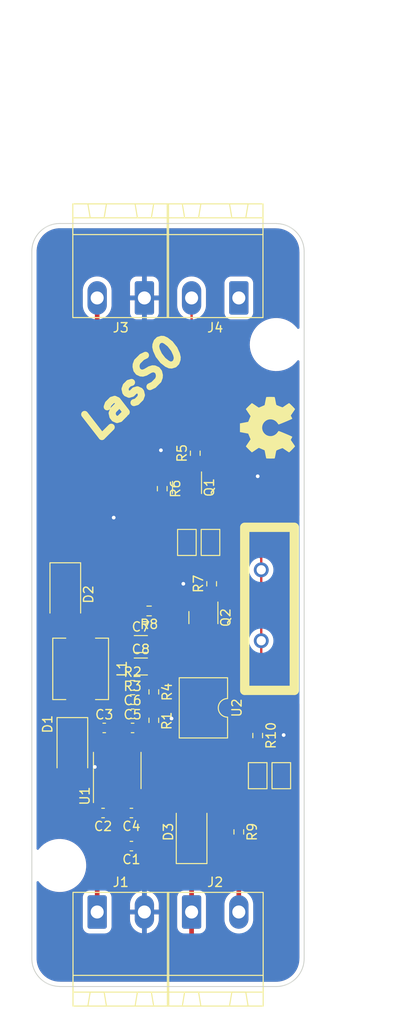
<source format=kicad_pcb>
(kicad_pcb (version 20210424) (generator pcbnew)
  (layers (0 "F.Cu" signal) (31 "B.Cu" signal) (34 "B.Paste" user) (35 "F.Paste" user) (36 "B.SilkS" user "B.Silkscreen") (37 "F.SilkS" user "F.Silkscreen") (38 "B.Mask" user) (39 "F.Mask" user) (44 "Edge.Cuts" user))
  (net 0 "")
  (net 1 "GND")
  (net 2 "VCC")
  (net 3 "Net-(C3-Pad1)")
  (net 4 "Net-(C3-Pad2)")
  (net 5 "Net-(C4-Pad1)")
  (net 6 "Net-(C5-Pad1)")
  (net 7 "Net-(C5-Pad2)")
  (net 8 "Net-(C7-Pad1)")
  (net 9 "+5V")
  (net 10 "/S0-")
  (net 11 "Net-(D3-Pad2)")
  (net 12 "/S0+")
  (net 13 "/A0")
  (net 14 "/D0")
  (net 15 "Net-(JP1_A1-Pad2)")
  (net 16 "Net-(JP1_B1-Pad1)")
  (net 17 "Net-(JP2_A1-Pad1)")
  (net 18 "Net-(Q1-Pad1)")
  (net 19 "Net-(Q2-Pad1)")
  (net 20 "Net-(Q2-Pad3)")
  (net 21 "Net-(R2-Pad2)")
  (net 22 "Net-(R3-Pad2)")
  (net 23 "Net-(R8-Pad1)")
  (net 24 "Net-(R9-Pad1)")
  (footprint "MeineBib:Cixi_Kefa_Elec_KF2EDGR-5.08-2P" (layer "F.Cu") (at 143.43 62.99 180)
    (fp_text reference "J3" (at 0 -7.2) (layer "F.SilkS"))
    (fp_text value "CiKe2PinSock")
    (fp_line (start 1.79 4.61) (end 1.54 6.11) (layer "F.SilkS") (width 0.12))
    (fp_line (start 1.54 6.11) (end 3.54 6.11) (layer "F.SilkS") (width 0.12))
    (fp_line (start 3.54 6.11) (end 3.29 4.61) (layer "F.SilkS") (width 0.12))
    (fp_line (start -5.14 6.11) (end 5.16 6.11) (layer "F.SilkS") (width 0.12))
    (fp_line (start -1.79 4.61) (end -3.29 4.61) (layer "F.SilkS") (width 0.12))
    (fp_line (start -5.14 -6.11) (end -5.14 6.11) (layer "F.SilkS") (width 0.12))
    (fp_line (start 3.29 4.61) (end 1.79 4.61) (layer "F.SilkS") (width 0.12))
    (fp_line (start -5.14 2.81) (end 5.16 2.81) (layer "F.SilkS") (width 0.12))
    (fp_line (start 5.16 -6.11) (end -5.14 -6.11) (layer "F.SilkS") (width 0.12))
    (fp_line (start -1.54 6.11) (end -1.79 4.61) (layer "F.SilkS") (width 0.12))
    (fp_line (start -3.54 6.11) (end -1.54 6.11) (layer "F.SilkS") (width 0.12))
    (fp_line (start 5.16 2.81) (end 5.16 4.61) (layer "F.SilkS") (width 0.12))
    (fp_line (start -5.14 4.61) (end -5.14 2.81) (layer "F.SilkS") (width 0.12))
    (fp_line (start 5.16 6.11) (end 5.16 -6.11) (layer "F.SilkS") (width 0.12))
    (fp_line (start 5.16 4.61) (end -5.14 4.61) (layer "F.SilkS") (width 0.12))
    (fp_line (start -3.29 4.61) (end -3.54 6.11) (layer "F.SilkS") (width 0.12))
    (pad "1" thru_hole roundrect (at -2.54 -4 180) (size 2.08 3.6) (drill 1.4) (layers *.Cu *.Mask) (roundrect_rratio 0.120192) (net 1 "GND"))
    (pad "2" thru_hole oval (at 2.54 -4 180) (size 2.08 3.6) (drill 1.4) (layers *.Cu *.Mask) (net 9 "+5V"))
  )
  (footprint "Resistor_SMD:R_0603_1608Metric" (layer "F.Cu") (at 147.8895 87.491 -90)
    (fp_text reference "R6" (at 0 -1.43 90) (layer "F.SilkS"))
    (fp_text value "10k")
    (fp_line (start -0.237258 -0.5225) (end 0.237258 -0.5225) (layer "F.SilkS") (width 0.12))
    (fp_line (start -0.237258 0.5225) (end 0.237258 0.5225) (layer "F.SilkS") (width 0.12))
    (pad "1" smd roundrect locked (at -0.825 0 270) (size 0.8 0.95) (layers "F.Cu" "F.Paste" "F.Mask") (net 9 "+5V"))
    (pad "2" smd roundrect locked (at 0.825 0 270) (size 0.8 0.95) (layers "F.Cu" "F.Paste" "F.Mask") (net 16 "Net-(JP1_B1-Pad1)"))
  )
  (footprint "Capacitor_SMD:C_1206_3216Metric" (layer "F.Cu") (at 145.589 106.604)
    (fp_text reference "C8" (at 0 -1.85) (layer "F.SilkS"))
    (fp_text value "47uF")
    (fp_line (start -0.711252 0.91) (end 0.711252 0.91) (layer "F.SilkS") (width 0.12))
    (fp_line (start -0.711252 -0.91) (end 0.711252 -0.91) (layer "F.SilkS") (width 0.12))
    (pad "1" smd roundrect locked (at -1.475 0) (size 1.15 1.8) (layers "F.Cu" "F.Paste" "F.Mask") (roundrect_rratio 0.217391) (net 8 "Net-(C7-Pad1)"))
    (pad "2" smd roundrect locked (at 1.475 0) (size 1.15 1.8) (layers "F.Cu" "F.Paste" "F.Mask") (roundrect_rratio 0.217391) (net 1 "GND"))
  )
  (footprint "Resistor_SMD:R_0603_1608Metric" (layer "F.Cu") (at 151.4455 83.681 90)
    (fp_text reference "R5" (at 0 -1.43 90) (layer "F.SilkS"))
    (fp_text value "1.5k")
    (fp_line (start -0.237258 0.5225) (end 0.237258 0.5225) (layer "F.SilkS") (width 0.12))
    (fp_line (start -0.237258 -0.5225) (end 0.237258 -0.5225) (layer "F.SilkS") (width 0.12))
    (pad "1" smd roundrect locked (at -0.825 0 90) (size 0.8 0.95) (layers "F.Cu" "F.Paste" "F.Mask") (net 18 "Net-(Q1-Pad1)"))
    (pad "2" smd roundrect locked (at 0.825 0 90) (size 0.8 0.95) (layers "F.Cu" "F.Paste" "F.Mask") (net 14 "/D0"))
  )
  (footprint "Package_TO_SOT_SMD:SOT-23" (layer "F.Cu") (at 152.32 101.3485 -90)
    (fp_text reference "Q2" (at 0 -2.4 90) (layer "F.SilkS"))
    (fp_text value "S8050")
    (fp_line (start 0 1.56) (end 0.65 1.56) (layer "F.SilkS") (width 0.12))
    (fp_line (start 0 -1.56) (end -1.675 -1.56) (layer "F.SilkS") (width 0.12))
    (fp_line (start 0 1.56) (end -0.65 1.56) (layer "F.SilkS") (width 0.12))
    (fp_line (start 0 -1.56) (end 0.65 -1.56) (layer "F.SilkS") (width 0.12))
    (pad "1" smd roundrect locked (at -0.9375 -0.95 270) (size 1.475 0.6) (layers "F.Cu" "F.Paste" "F.Mask") (net 19 "Net-(Q2-Pad1)"))
    (pad "2" smd roundrect locked (at -0.9375 0.95 270) (size 1.475 0.6) (layers "F.Cu" "F.Paste" "F.Mask") (net 1 "GND"))
    (pad "3" smd roundrect locked (at 0.9375 0 270) (size 1.475 0.6) (layers "F.Cu" "F.Paste" "F.Mask") (net 20 "Net-(Q2-Pad3)"))
  )
  (footprint "Capacitor_SMD:C_0603_1608Metric" (layer "F.Cu") (at 141.652 113.208)
    (fp_text reference "C3" (at 0 -1.43) (layer "F.SilkS"))
    (fp_text value "10nF")
    (fp_line (start -0.14058 0.51) (end 0.14058 0.51) (layer "F.SilkS") (width 0.12))
    (fp_line (start -0.14058 -0.51) (end 0.14058 -0.51) (layer "F.SilkS") (width 0.12))
    (pad "1" smd roundrect locked (at -0.775 0) (size 0.9 0.95) (layers "F.Cu" "F.Paste" "F.Mask") (net 3 "Net-(C3-Pad1)"))
    (pad "2" smd roundrect locked (at 0.775 0) (size 0.9 0.95) (layers "F.Cu" "F.Paste" "F.Mask") (net 4 "Net-(C3-Pad2)"))
  )
  (footprint "Package_DIP:SMDIP-4_W9.53mm" (layer "F.Cu") (at 152.32 111.049 -90)
    (fp_text reference "U2" (at 0 -3.6 90) (layer "F.SilkS"))
    (fp_text value "EL817S1")
    (fp_line (start -3.235 -2.6) (end -3.235 2.6) (layer "F.SilkS") (width 0.12))
    (fp_line (start -1 -2.6) (end -3.235 -2.6) (layer "F.SilkS") (width 0.12))
    (fp_line (start -3.235 2.6) (end 3.235 2.6) (layer "F.SilkS") (width 0.12))
    (fp_line (start 3.235 -2.6) (end 1 -2.6) (layer "F.SilkS") (width 0.12))
    (fp_line (start 3.235 2.6) (end 3.235 -2.6) (layer "F.SilkS") (width 0.12))
    (fp_arc (start 0 -2.6) (end -1 -2.6) (angle -180) (layer "F.SilkS") (width 0.12))
    (pad "1" smd rect locked (at -4.765 -1.27 270) (size 2 1.78) (layers "F.Cu" "F.Paste" "F.Mask") (net 23 "Net-(R8-Pad1)"))
    (pad "2" smd rect locked (at -4.765 1.27 270) (size 2 1.78) (layers "F.Cu" "F.Paste" "F.Mask") (net 20 "Net-(Q2-Pad3)"))
    (pad "3" smd rect locked (at 4.765 1.27 270) (size 2 1.78) (layers "F.Cu" "F.Paste" "F.Mask") (net 11 "Net-(D3-Pad2)"))
    (pad "4" smd rect locked (at 4.765 -1.27 270) (size 2 1.78) (layers "F.Cu" "F.Paste" "F.Mask") (net 24 "Net-(R9-Pad1)"))
  )
  (footprint "Jumper:SolderJumper-2_P1.3mm_Open_TrianglePad1.0x1.5mm" (layer "F.Cu") (at 150.542 93.269 -90)
    (fp_text reference "JP1_B1" hide)
    (fp_text value "Inverted")
    (fp_line (start 1.4 -1) (end 1.4 1) (layer "F.SilkS") (width 0.12))
    (fp_line (start -1.4 -1) (end 1.4 -1) (layer "F.SilkS") (width 0.12))
    (fp_line (start 1.4 1) (end -1.4 1) (layer "F.SilkS") (width 0.12))
    (fp_line (start -1.4 1) (end -1.4 -1) (layer "F.SilkS") (width 0.12))
    (pad "1" smd custom locked (at -0.725 0 270) (size 0.3 0.3) (layers "F.Cu" "F.Mask") (net 16 "Net-(JP1_B1-Pad1)") (options (clearance outline) (anchor rect)) (primitives (gr_poly (pts (xy -0.5 -0.75) (xy 0.5 -0.75) (xy 1 0) (xy 0.5 0.75) (xy -0.5 0.75)) (width 0) (fill yes))))
    (pad "2" smd custom locked (at 0.725 0 270) (size 0.3 0.3) (layers "F.Cu" "F.Mask") (net 15 "Net-(JP1_A1-Pad2)") (options (clearance outline) (anchor rect)) (primitives (gr_poly (pts (xy -0.65 -0.75) (xy 0.5 -0.75) (xy 0.5 0.75) (xy -0.65 0.75) (xy -0.15 0)) (width 0) (fill yes))))
  )
  (footprint "Diode_SMD:D_SMA" (layer "F.Cu") (at 138.223 115.494 -90)
    (fp_text reference "D1" (at -2.6924 2.667 90) (layer "F.SilkS"))
    (fp_text value "SS14")
    (fp_line (start -3.4 -1.65) (end -3.4 1.65) (layer "F.SilkS") (width 0.12))
    (fp_line (start -3.4 -1.65) (end 2 -1.65) (layer "F.SilkS") (width 0.12))
    (fp_line (start -3.4 1.65) (end 2 1.65) (layer "F.SilkS") (width 0.12))
    (pad "1" smd rect locked (at -2 0 270) (size 2.5 1.8) (layers "F.Cu" "F.Paste" "F.Mask") (net 3 "Net-(C3-Pad1)"))
    (pad "2" smd rect locked (at 2 0 270) (size 2.5 1.8) (layers "F.Cu" "F.Paste" "F.Mask") (net 1 "GND"))
  )
  (footprint "Resistor_SMD:R_0603_1608Metric" (layer "F.Cu") (at 153.209 97.714 90)
    (fp_text reference "R7" (at 0 -1.43 90) (layer "F.SilkS"))
    (fp_text value "1.5k")
    (fp_line (start -0.237258 0.5225) (end 0.237258 0.5225) (layer "F.SilkS") (width 0.12))
    (fp_line (start -0.237258 -0.5225) (end 0.237258 -0.5225) (layer "F.SilkS") (width 0.12))
    (pad "1" smd roundrect locked (at -0.825 0 90) (size 0.8 0.95) (layers "F.Cu" "F.Paste" "F.Mask") (net 19 "Net-(Q2-Pad1)"))
    (pad "2" smd roundrect locked (at 0.825 0 90) (size 0.8 0.95) (layers "F.Cu" "F.Paste" "F.Mask") (net 15 "Net-(JP1_A1-Pad2)"))
  )
  (footprint "Capacitor_SMD:C_0603_1608Metric" (layer "F.Cu") (at 144.7 113.208)
    (fp_text reference "C5" (at 0 -1.43) (layer "F.SilkS"))
    (fp_text value "4.7nF")
    (fp_line (start -0.14058 -0.51) (end 0.14058 -0.51) (layer "F.SilkS") (width 0.12))
    (fp_line (start -0.14058 0.51) (end 0.14058 0.51) (layer "F.SilkS") (width 0.12))
    (pad "1" smd roundrect locked (at -0.775 0) (size 0.9 0.95) (layers "F.Cu" "F.Paste" "F.Mask") (net 6 "Net-(C5-Pad1)"))
    (pad "2" smd roundrect locked (at 0.775 0) (size 0.9 0.95) (layers "F.Cu" "F.Paste" "F.Mask") (net 7 "Net-(C5-Pad2)"))
  )
  (footprint "Symbol:OSHW-Symbol_6.7x6mm_SilkScreen" (layer "F.Cu") (at 159.2288 80.95 90)
    (fp_text reference "LOGO3" hide)
    (fp_text value "OSHW" hide)
    (fp_poly (pts (xy 0.555814 -2.531069) (xy 0.639635 -2.086445) (xy 0.94892 -1.958947) (xy 1.258206 -1.831449) (xy 1.629246 -2.083754) (xy 1.733157 -2.154004) (xy 1.827087 -2.216728) (xy 1.906652 -2.269062) (xy 1.96747 -2.308143) (xy 2.005157 -2.331107) (xy 2.015421 -2.336058) (xy 2.03391 -2.323324) (xy 2.07342 -2.288118) (xy 2.129522 -2.234938) (xy 2.197787 -2.168282) (xy 2.273786 -2.092646) (xy 2.353092 -2.012528) (xy 2.431275 -1.932426) (xy 2.503907 -1.856836) (xy 2.566559 -1.790255) (xy 2.614803 -1.737182) (xy 2.64421 -1.702113) (xy 2.651241 -1.690377) (xy 2.641123 -1.66874) (xy 2.612759 -1.621338) (xy 2.569129 -1.552807) (xy 2.513218 -1.467785) (xy 2.448006 -1.370907) (xy 2.410219 -1.31565) (xy 2.341343 -1.214752) (xy 2.28014 -1.123701) (xy 2.229578 -1.04703) (xy 2.192628 -0.989272) (xy 2.172258 -0.954957) (xy 2.169197 -0.947746) (xy 2.176136 -0.927252) (xy 2.195051 -0.879487) (xy 2.223087 -0.811168) (xy 2.257391 -0.729011) (xy 2.295109 -0.63973) (xy 2.333387 -0.550042) (xy 2.36937 -0.466662) (xy 2.400206 -0.396306) (xy 2.423039 -0.34569) (xy 2.435017 -0.321529) (xy 2.435724 -0.320578) (xy 2.454531 -0.315964) (xy 2.504618 -0.305672) (xy 2.580793 -0.290713) (xy 2.677865 -0.272099) (xy 2.790643 -0.250841) (xy 2.856442 -0.238582) (xy 2.97695 -0.215638) (xy 3.085797 -0.193805) (xy 3.177476 -0.174278) (xy 3.246481 -0.158252) (xy 3.287304 -0.146921) (xy 3.295511 -0.143326) (xy 3.303548 -0.118994) (xy 3.310033 -0.064041) (xy 3.31497 0.015108) (xy 3.318364 0.112026) (xy 3.320218 0.220287) (xy 3.320538 0.333465) (xy 3.319327 0.445135) (xy 3.31659 0.548868) (xy 3.312331 0.638241) (xy 3.306555 0.706826) (xy 3.299267 0.748197) (xy 3.294895 0.75681) (xy 3.268764 0.767133) (xy 3.213393 0.781892) (xy 3.136107 0.799352) (xy 3.04423 0.81778) (xy 3.012158 0.823741) (xy 2.857524 0.852066) (xy 2.735375 0.874876) (xy 2.641673 0.89308) (xy 2.572384 0.907583) (xy 2.523471 0.919292) (xy 2.490897 0.929115) (xy 2.470628 0.937956) (xy 2.458626 0.946724) (xy 2.456947 0.948457) (xy 2.440184 0.976371) (xy 2.414614 1.030695) (xy 2.382788 1.104777) (xy 2.34726 1.191965) (xy 2.310583 1.285608) (xy 2.275311 1.379052) (xy 2.243996 1.465647) (xy 2.219193 1.53874) (xy 2.203454 1.591678) (xy 2.199332 1.617811) (xy 2.199676 1.618726) (xy 2.213641 1.640086) (xy 2.245322 1.687084) (xy 2.291391 1.754827) (xy 2.348518 1.838423) (xy 2.413373 1.932982) (xy 2.431843 1.959854) (xy 2.497699 2.057275) (xy 2.55565 2.146163) (xy 2.602538 2.221412) (xy 2.635207 2.27792) (xy 2.6505 2.310581) (xy 2.651241 2.314593) (xy 2.638392 2.335684) (xy 2.602888 2.377464) (xy 2.549293 2.435445) (xy 2.482171 2.505135) (xy 2.406087 2.582045) (xy 2.325604 2.661683) (xy 2.245287 2.739561) (xy 2.169699 2.811186) (xy 2.103405 2.87207) (xy 2.050969 2.917721) (xy 2.016955 2.94365) (xy 2.007545 2.947883) (xy 1.985643 2.937912) (xy 1.9408 2.91102) (xy 1.880321 2.871736) (xy 1.833789 2.840117) (xy 1.749475 2.782098) (xy 1.649626 2.713784) (xy 1.549473 2.645579) (xy 1.495627 2.609075) (xy 1.313371 2.4858) (xy 1.160381 2.56852) (xy 1.090682 2.604759) (xy 1.031414 2.632926) (xy 0.991311 2.648991) (xy 0.981103 2.651226) (xy 0.968829 2.634722) (xy 0.944613 2.588082) (xy 0.910263 2.515609) (xy 0.867588 2.421606) (xy 0.818394 2.310374) (xy 0.76449 2.186215) (xy 0.707684 2.053432) (xy 0.649782 1.916327) (xy 0.592593 1.779202) (xy 0.537924 1.646358) (xy 0.487584 1.522098) (xy 0.44338 1.410725) (xy 0.407119 1.316539) (xy 0.380609 1.243844) (xy 0.365658 1.196941) (xy 0.363254 1.180833) (xy 0.382311 1.160286) (xy 0.424036 1.126933) (xy 0.479706 1.087702) (xy 0.484378 1.084599) (xy 0.628264 0.969423) (xy 0.744283 0.835053) (xy 0.83143 0.685784) (xy 0.888699 0.525913) (xy 0.915086 0.359737) (xy 0.909585 0.191552) (xy 0.87119 0.025655) (xy 0.798895 -0.133658) (xy 0.777626 -0.168513) (xy 0.666996 -0.309263) (xy 0.536302 -0.422286) (xy 0.390064 -0.506997) (xy 0.232808 -0.562806) (xy 0.069057 -0.589126) (xy -0.096667 -0.58537) (xy -0.259838 -0.55095) (xy -0.415935 -0.485277) (xy -0.560433 -0.387765) (xy -0.605131 -0.348187) (xy -0.718888 -0.224297) (xy -0.801782 -0.093876) (xy -0.858644 0.052315) (xy -0.890313 0.197088) (xy -0.898131 0.35986) (xy -0.872062 0.52344) (xy -0.814755 0.682298) (xy -0.728856 0.830906) (xy -0.617014 0.963735) (xy -0.481877 1.075256) (xy -0.464117 1.087011) (xy -0.40785 1.125508) (xy -0.365077 1.158863) (xy -0.344628 1.18016) (xy -0.344331 1.180833) (xy -0.348721 1.203871) (xy -0.366124 1.256157) (xy -0.394732 1.33339) (xy -0.432735 1.431268) (xy -0.478326 1.545491) (xy -0.529697 1.671758) (xy -0.585038 1.805767) (xy -0.642542 1.943218) (xy -0.700399 2.079808) (xy -0.756802 2.211237) (xy -0.809942 2.333205) (xy -0.85801 2.441409) (xy -0.899199 2.531549) (xy -0.931699 2.599323) (xy -0.953703 2.64043) (xy -0.962564 2.651226) (xy -0.98964 2.642819) (xy -1.040303 2.620272) (xy -1.105817 2.587613) (xy -1.141841 2.56852) (xy -1.294832 2.4858) (xy -1.477088 2.609075) (xy -1.570125 2.672228) (xy -1.671985 2.741727) (xy -1.767438 2.807165) (xy -1.81525 2.840117) (xy -1.882495 2.885273) (xy -1.939436 2.921057) (xy -1.978646 2.942938) (xy -1.991381 2.947563) (xy -2.009917 2.935085) (xy -2.050941 2.900252) (xy -2.110475 2.846678) (xy -2.184542 2.777983) (xy -2.269165 2.697781) (xy -2.322685 2.646286) (xy -2.416319 2.554286) (xy -2.497241 2.471999) (xy -2.562177 2.402945) (xy -2.607858 2.350644) (xy -2.631011 2.318616) (xy -2.633232 2.312116) (xy -2.622924 2.287394) (xy -2.594439 2.237405) (xy -2.550937 2.167212) (xy -2.495577 2.081875) (xy -2.43152 1.986456) (xy -2.413303 1.959854) (xy -2.346927 1.863167) (xy -2.287378 1.776117) (xy -2.237984 1.703595) (xy -2.202075 1.650493) (xy -2.182981 1.621703) (xy -2.181136 1.618726) (xy -2.183895 1.595782) (xy -2.198538 1.545336) (xy -2.222513 1.474041) (xy -2.253266 1.388547) (xy -2.288244 1.295507) (xy -2.324893 1.201574) (xy -2.360661 1.113399) (xy -2.392994 1.037634) (xy -2.419338 0.980931) (xy -2.437142 0.949943) (xy -2.438407 0.948457) (xy -2.449294 0.939601) (xy -2.467682 0.930843) (xy -2.497606 0.921277) (xy -2.543103 0.909996) (xy -2.608209 0.896093) (xy -2.696961 0.878663) (xy -2.813393 0.856798) (xy -2.961542 0.829591) (xy -2.993618 0.823741) (xy -3.088686 0.805374) (xy -3.171565 0.787405) (xy -3.23493 0.771569) (xy -3.271458 0.7596) (xy -3.276356 0.75681) (xy -3.284427 0.732072) (xy -3.290987 0.67679) (xy -3.296033 0.597389) (xy -3.299559 0.500296) (xy -3.301561 0.391938) (xy -3.302036 0.27874) (xy -3.300977 0.167128) (xy -3.298382 0.063529) (xy -3.294246 -0.025632) (xy -3.288563 -0.093928) (xy -3.281331 -0.134934) (xy -3.276971 -0.143326) (xy -3.252698 -0.151792) (xy -3.197426 -0.165565) (xy -3.116662 -0.18345) (xy -3.015912 -0.204252) (xy -2.900683 -0.226777) (xy -2.837902 -0.238582) (xy -2.718787 -0.260849) (xy -2.612565 -0.281021) (xy -2.524427 -0.298085) (xy -2.459566 -0.311031) (xy -2.423174 -0.318845) (xy -2.417184 -0.320578) (xy -2.407061 -0.34011) (xy -2.385662 -0.387157) (xy -2.355839 -0.454997) (xy -2.320445 -0.536909) (xy -2.282332 -0.626172) (xy -2.244353 -0.716065) (xy -2.20936 -0.799865) (xy -2.180206 -0.870853) (xy -2.159743 -0.922306) (xy -2.150823 -0.947503) (xy -2.150657 -0.948604) (xy -2.160769 -0.968481) (xy -2.189117 -1.014223) (xy -2.232723 -1.081283) (xy -2.288606 -1.165116) (xy -2.353787 -1.261174) (xy -2.391679 -1.31635) (xy -2.460725 -1.417519) (xy -2.52205 -1.50937) (xy -2.572663 -1.587256) (xy -2.609571 -1.646531) (xy -2.629782 -1.682549) (xy -2.632701 -1.690623) (xy -2.620153 -1.709416) (xy -2.585463 -1.749543) (xy -2.533063 -1.806507) (xy -2.467384 -1.875815) (xy -2.392856 -1.952969) (xy -2.313913 -2.033475) (xy -2.234983 -2.112837) (xy -2.1605 -2.18656) (xy -2.094894 -2.250148) (xy -2.042596 -2.299106) (xy -2.008039 -2.328939) (xy -1.996478 -2.336058) (xy -1.977654 -2.326047) (xy -1.932631 -2.297922) (xy -1.865787 -2.254546) (xy -1.781499 -2.198782) (xy -1.684144 -2.133494) (xy -1.610707 -2.083754) (xy -1.239667 -1.831449) (xy -0.621095 -2.086445) (xy -0.537275 -2.531069) (xy -0.453454 -2.975693) (xy 0.471994 -2.975693) (xy 0.555814 -2.531069)) (layer "F.SilkS") (width 0.01) (fill solid))
  )
  (footprint "Resistor_SMD:R_0603_1608Metric" (layer "F.Cu") (at 158.162 114.0208 -90)
    (fp_text reference "R10" (at 0 -1.43 90) (layer "F.SilkS"))
    (fp_text value "10k")
    (fp_line (start -0.237258 0.5225) (end 0.237258 0.5225) (layer "F.SilkS") (width 0.12))
    (fp_line (start -0.237258 -0.5225) (end 0.237258 -0.5225) (layer "F.SilkS") (width 0.12))
    (pad "1" smd roundrect locked (at -0.825 0 270) (size 0.8 0.95) (layers "F.Cu" "F.Paste" "F.Mask") (net 2 "VCC"))
    (pad "2" smd roundrect locked (at 0.825 0 270) (size 0.8 0.95) (layers "F.Cu" "F.Paste" "F.Mask") (net 17 "Net-(JP2_A1-Pad1)"))
  )
  (footprint "Resistor_SMD:R_0603_1608Metric" (layer "F.Cu") (at 146.986 109.335 -90)
    (fp_text reference "R4" (at 0 -1.43 90) (layer "F.SilkS"))
    (fp_text value "220R")
    (fp_line (start -0.237258 0.5225) (end 0.237258 0.5225) (layer "F.SilkS") (width 0.12))
    (fp_line (start -0.237258 -0.5225) (end 0.237258 -0.5225) (layer "F.SilkS") (width 0.12))
    (pad "1" smd roundrect locked (at -0.825 0 270) (size 0.8 0.95) (layers "F.Cu" "F.Paste" "F.Mask") (net 22 "Net-(R3-Pad2)"))
    (pad "2" smd roundrect locked (at 0.825 0 270) (size 0.8 0.95) (layers "F.Cu" "F.Paste" "F.Mask") (net 1 "GND"))
  )
  (footprint "Capacitor_SMD:C_0603_1608Metric" (layer "F.Cu") (at 141.525 122.352 180)
    (fp_text reference "C2" (at 0 -1.43) (layer "F.SilkS"))
    (fp_text value "10nF")
    (fp_line (start -0.14058 -0.51) (end 0.14058 -0.51) (layer "F.SilkS") (width 0.12))
    (fp_line (start -0.14058 0.51) (end 0.14058 0.51) (layer "F.SilkS") (width 0.12))
    (pad "1" smd roundrect locked (at -0.775 0 180) (size 0.9 0.95) (layers "F.Cu" "F.Paste" "F.Mask") (net 2 "VCC"))
    (pad "2" smd roundrect locked (at 0.775 0 180) (size 0.9 0.95) (layers "F.Cu" "F.Paste" "F.Mask") (net 1 "GND"))
  )
  (footprint "Diode_SMD:D_SMA" (layer "F.Cu") (at 151.05 124.384 90)
    (fp_text reference "D3" (at 0 -2.5 90) (layer "F.SilkS"))
    (fp_text value "SS14")
    (fp_line (start -3.4 -1.65) (end -3.4 1.65) (layer "F.SilkS") (width 0.12))
    (fp_line (start -3.4 1.65) (end 2 1.65) (layer "F.SilkS") (width 0.12))
    (fp_line (start -3.4 -1.65) (end 2 -1.65) (layer "F.SilkS") (width 0.12))
    (pad "1" smd rect locked (at -2 0 90) (size 2.5 1.8) (layers "F.Cu" "F.Paste" "F.Mask") (net 10 "/S0-"))
    (pad "2" smd rect locked (at 2 0 90) (size 2.5 1.8) (layers "F.Cu" "F.Paste" "F.Mask") (net 11 "Net-(D3-Pad2)"))
  )
  (footprint "Jumper:SolderJumper-2_P1.3mm_Open_TrianglePad1.0x1.5mm" (layer "F.Cu") (at 153.082 93.269 -90)
    (fp_text reference "JP1_A1" hide)
    (fp_text value "Direct")
    (fp_line (start -1.4 -1) (end 1.4 -1) (layer "F.SilkS") (width 0.12))
    (fp_line (start 1.4 -1) (end 1.4 1) (layer "F.SilkS") (width 0.12))
    (fp_line (start 1.4 1) (end -1.4 1) (layer "F.SilkS") (width 0.12))
    (fp_line (start -1.4 1) (end -1.4 -1) (layer "F.SilkS") (width 0.12))
    (pad "1" smd custom locked (at -0.725 0 270) (size 0.3 0.3) (layers "F.Cu" "F.Mask") (net 14 "/D0") (options (clearance outline) (anchor rect)) (primitives (gr_poly (pts (xy -0.5 -0.75) (xy 0.5 -0.75) (xy 1 0) (xy 0.5 0.75) (xy -0.5 0.75)) (width 0) (fill yes))))
    (pad "2" smd custom locked (at 0.725 0 270) (size 0.3 0.3) (layers "F.Cu" "F.Mask") (net 15 "Net-(JP1_A1-Pad2)") (options (clearance outline) (anchor rect)) (primitives (gr_poly (pts (xy -0.65 -0.75) (xy 0.5 -0.75) (xy 0.5 0.75) (xy -0.65 0.75) (xy -0.15 0)) (width 0) (fill yes))))
  )
  (footprint "MeineBib:EigenesMountingHole_2.7mm_M2.5" (layer "F.Cu") (at 136.86 127.99)
    (fp_text reference "H2" hide)
    (fp_text value "MountingHole")
    (pad "" np_thru_hole circle (at 0 0) (size 2.7 2.7) (drill 2.7) (layers *.Cu *.Mask) (clearance 1.5))
  )
  (footprint "MeineBib:Cixi_Kefa_Elec_KF2EDGR-5.08-2P" (layer "F.Cu") (at 153.59 62.99 180)
    (fp_text reference "J4" (at 0 -7.2) (layer "F.SilkS"))
    (fp_text value "CiKe2PinSock")
    (fp_line (start 5.16 -6.11) (end -5.14 -6.11) (layer "F.SilkS") (width 0.12))
    (fp_line (start 5.16 6.11) (end 5.16 -6.11) (layer "F.SilkS") (width 0.12))
    (fp_line (start -1.79 4.61) (end -3.29 4.61) (layer "F.SilkS") (width 0.12))
    (fp_line (start -5.14 -6.11) (end -5.14 6.11) (layer "F.SilkS") (width 0.12))
    (fp_line (start -3.29 4.61) (end -3.54 6.11) (layer "F.SilkS") (width 0.12))
    (fp_line (start -1.54 6.11) (end -1.79 4.61) (layer "F.SilkS") (width 0.12))
    (fp_line (start -5.14 4.61) (end -5.14 2.81) (layer "F.SilkS") (width 0.12))
    (fp_line (start 5.16 4.61) (end -5.14 4.61) (layer "F.SilkS") (width 0.12))
    (fp_line (start -5.14 6.11) (end 5.16 6.11) (layer "F.SilkS") (width 0.12))
    (fp_line (start 1.54 6.11) (end 3.54 6.11) (layer "F.SilkS") (width 0.12))
    (fp_line (start 1.79 4.61) (end 1.54 6.11) (layer "F.SilkS") (width 0.12))
    (fp_line (start 3.54 6.11) (end 3.29 4.61) (layer "F.SilkS") (width 0.12))
    (fp_line (start 5.16 2.81) (end 5.16 4.61) (layer "F.SilkS") (width 0.12))
    (fp_line (start -5.14 2.81) (end 5.16 2.81) (layer "F.SilkS") (width 0.12))
    (fp_line (start 3.29 4.61) (end 1.79 4.61) (layer "F.SilkS") (width 0.12))
    (fp_line (start -3.54 6.11) (end -1.54 6.11) (layer "F.SilkS") (width 0.12))
    (pad "1" thru_hole roundrect (at -2.54 -4 180) (size 2.08 3.6) (drill 1.4) (layers *.Cu *.Mask) (roundrect_rratio 0.120192) (net 13 "/A0"))
    (pad "2" thru_hole oval (at 2.54 -4 180) (size 2.08 3.6) (drill 1.4) (layers *.Cu *.Mask) (net 14 "/D0"))
  )
  (footprint "Resistor_SMD:R_0603_1608Metric" (layer "F.Cu") (at 146.986 112.383 90)
    (fp_text reference "R1" (at -0.063 1.397 90) (layer "F.SilkS"))
    (fp_text value "47K")
    (fp_line (start -0.237258 -0.5225) (end 0.237258 -0.5225) (layer "F.SilkS") (width 0.12))
    (fp_line (start -0.237258 0.5225) (end 0.237258 0.5225) (layer "F.SilkS") (width 0.12))
    (pad "1" smd roundrect locked (at -0.825 0 90) (size 0.8 0.95) (layers "F.Cu" "F.Paste" "F.Mask") (net 7 "Net-(C5-Pad2)"))
    (pad "2" smd roundrect locked (at 0.825 0 90) (size 0.8 0.95) (layers "F.Cu" "F.Paste" "F.Mask") (net 1 "GND"))
  )
  (footprint "Resistor_SMD:R_0603_1608Metric" (layer "F.Cu") (at 146.478 100.635 180)
    (fp_text reference "R8" (at 0 -1.43) (layer "F.SilkS"))
    (fp_text value "220R")
    (fp_line (start -0.237258 0.5225) (end 0.237258 0.5225) (layer "F.SilkS") (width 0.12))
    (fp_line (start -0.237258 -0.5225) (end 0.237258 -0.5225) (layer "F.SilkS") (width 0.12))
    (pad "1" smd roundrect locked (at -0.825 0 180) (size 0.8 0.95) (layers "F.Cu" "F.Paste" "F.Mask") (net 23 "Net-(R8-Pad1)"))
    (pad "2" smd roundrect locked (at 0.825 0 180) (size 0.8 0.95) (layers "F.Cu" "F.Paste" "F.Mask") (net 9 "+5V"))
  )
  (footprint "Diode_SMD:D_SMA" (layer "F.Cu") (at 137.461 98.857 -90)
    (fp_text reference "D2" (at 0 -2.5 90) (layer "F.SilkS"))
    (fp_text value "SS14")
    (fp_line (start -3.4 -1.65) (end 2 -1.65) (layer "F.SilkS") (width 0.12))
    (fp_line (start -3.4 -1.65) (end -3.4 1.65) (layer "F.SilkS") (width 0.12))
    (fp_line (start -3.4 1.65) (end 2 1.65) (layer "F.SilkS") (width 0.12))
    (pad "1" smd rect locked (at -2 0 270) (size 2.5 1.8) (layers "F.Cu" "F.Paste" "F.Mask") (net 9 "+5V"))
    (pad "2" smd rect locked (at 2 0 270) (size 2.5 1.8) (layers "F.Cu" "F.Paste" "F.Mask") (net 8 "Net-(C7-Pad1)"))
  )
  (footprint "Capacitor_SMD:C_0603_1608Metric" (layer "F.Cu") (at 144.573 125.908 180)
    (fp_text reference "C1" (at 0 -1.43) (layer "F.SilkS"))
    (fp_text value "100nF")
    (fp_line (start -0.14058 -0.51) (end 0.14058 -0.51) (layer "F.SilkS") (width 0.12))
    (fp_line (start -0.14058 0.51) (end 0.14058 0.51) (layer "F.SilkS") (width 0.12))
    (pad "1" smd roundrect locked (at -0.775 0 180) (size 0.9 0.95) (layers "F.Cu" "F.Paste" "F.Mask") (net 1 "GND"))
    (pad "2" smd roundrect locked (at 0.775 0 180) (size 0.9 0.95) (layers "F.Cu" "F.Paste" "F.Mask") (net 2 "VCC"))
  )
  (footprint "MeineBib:Binary_6_v0.1" (layer "F.Cu") (at 159.51 100 90)
    (fp_text reference "LOGO1" hide)
    (fp_text value "Binary-6" hide)
    (fp_text user "Binary-6" (at -2.0654 0.8128 90) (layer "F.Cu") (effects (font (size 1.2 1.2) (thickness 0.2))))
    (fp_line (start 3.5306 1.8288) (end -8.9408 1.8288) (layer "F.Cu") (width 0.25))
    (fp_line (start -5.6134 -0.9652) (end -8.4074 1.8288) (layer "F.Cu") (width 0.25))
    (fp_line (start 8.128 -1.2192) (end 6.5786 -1.2192) (layer "F.Cu") (width 0.25))
    (fp_line (start 5.0546 -0.9652) (end 6.0706 -1.9812) (layer "F.Cu") (width 0.25))
    (fp_line (start 3.7846 -0.9652) (end 5.0546 -0.9652) (layer "F.Cu") (width 0.25))
    (fp_line (start 6.5786 -1.2192) (end 3.5306 1.8288) (layer "F.Cu") (width 0.25))
    (fp_line (start -3.8354 -0.9652) (end -5.6134 -0.9652) (layer "F.Cu") (width 0.25))
    (fp_line (start 1.2446 -0.9652) (end 3.7846 -0.9652) (layer "F.Cu") (width 0.25))
    (fp_line (start -3.8354 -0.9652) (end -1.2954 -0.9652) (layer "F.Cu") (width 0.25))
    (fp_line (start 6.0706 -1.9812) (end 8.0772 -1.9812) (layer "F.Cu") (width 0.25))
    (fp_line (start -9.1694 -2.7432) (end 8.3566 -2.7432) (layer "F.SilkS") (width 1))
    (fp_line (start 8.3566 -2.7432) (end 8.3566 2.5908) (layer "F.SilkS") (width 1))
    (fp_line (start -9.1694 2.5908) (end -9.1694 -2.7432) (layer "F.SilkS") (width 1))
    (fp_line (start 8.3566 2.5908) (end -9.1694 2.5908) (layer "F.SilkS") (width 1))
    (pad "" thru_hole oval locked (at 3.7846 -0.9652 90) (size 1.6 1.6) (drill 1) (layers *.Cu *.Mask))
    (pad "" thru_hole circle locked (at -3.8354 -0.9652 90) (size 1.6 1.6) (drill 1) (layers *.Cu *.Mask))
    (pad "" smd roundrect locked (at -0.8954 -0.9652 90) (size 0.9 1.8) (layers "F.Cu" "F.Mask"))
    (pad "" smd roundrect locked (at 0.8446 -0.9652 90) (size 0.9 1.8) (layers "F.Cu" "F.Mask"))
  )
  (footprint "Jumper:SolderJumper-2_P1.3mm_Open_TrianglePad1.0x1.5mm" (layer "F.Cu") (at 158.162 118.3388 -90)
    (fp_text reference "JP2_A1" hide)
    (fp_text value "S0+ PU")
    (fp_line (start -1.4 -1) (end 1.4 -1) (layer "F.SilkS") (width 0.12))
    (fp_line (start 1.4 -1) (end 1.4 1) (layer "F.SilkS") (width 0.12))
    (fp_line (start 1.4 1) (end -1.4 1) (layer "F.SilkS") (width 0.12))
    (fp_line (start -1.4 1) (end -1.4 -1) (layer "F.SilkS") (width 0.12))
    (pad "1" smd custom locked (at -0.725 0 270) (size 0.3 0.3) (layers "F.Cu" "F.Mask") (net 17 "Net-(JP2_A1-Pad1)") (options (clearance outline) (anchor rect)) (primitives (gr_poly (pts (xy -0.5 -0.75) (xy 0.5 -0.75) (xy 1 0) (xy 0.5 0.75) (xy -0.5 0.75)) (width 0) (fill yes))))
    (pad "2" smd custom locked (at 0.725 0 270) (size 0.3 0.3) (layers "F.Cu" "F.Mask") (net 12 "/S0+") (options (clearance outline) (anchor rect)) (primitives (gr_poly (pts (xy -0.65 -0.75) (xy 0.5 -0.75) (xy 0.5 0.75) (xy -0.65 0.75) (xy -0.15 0)) (width 0) (fill yes))))
  )
  (footprint "Resistor_SMD:R_0603_1608Metric" (layer "F.Cu") (at 144.7 108.636)
    (fp_text reference "R2" (at 0 -1.43) (layer "F.SilkS"))
    (fp_text value "10k")
    (fp_line (start -0.237258 0.5225) (end 0.237258 0.5225) (layer "F.SilkS") (width 0.12))
    (fp_line (start -0.237258 -0.5225) (end 0.237258 -0.5225) (layer "F.SilkS") (width 0.12))
    (pad "1" smd roundrect locked (at -0.825 0) (size 0.8 0.95) (layers "F.Cu" "F.Paste" "F.Mask") (net 8 "Net-(C7-Pad1)"))
    (pad "2" smd roundrect locked (at 0.825 0) (size 0.8 0.95) (layers "F.Cu" "F.Paste" "F.Mask") (net 21 "Net-(R2-Pad2)"))
  )
  (footprint "Resistor_SMD:R_0603_1608Metric" (layer "F.Cu") (at 144.7 110.16)
    (fp_text reference "R3" (at 0 -1.43) (layer "F.SilkS"))
    (fp_text value "1.5k")
    (fp_line (start -0.237258 -0.5225) (end 0.237258 -0.5225) (layer "F.SilkS") (width 0.12))
    (fp_line (start -0.237258 0.5225) (end 0.237258 0.5225) (layer "F.SilkS") (width 0.12))
    (pad "1" smd roundrect locked (at -0.825 0) (size 0.8 0.95) (layers "F.Cu" "F.Paste" "F.Mask") (net 21 "Net-(R2-Pad2)"))
    (pad "2" smd roundrect locked (at 0.825 0) (size 0.8 0.95) (layers "F.Cu" "F.Paste" "F.Mask") (net 22 "Net-(R3-Pad2)"))
  )
  (footprint "MeineBib:Cixi_Kefa_Elec_KF2EDGR-5.08-2P" (layer "F.Cu") (at 143.43 136.99)
    (fp_text reference "J1" (at 0 -7.2) (layer "F.SilkS"))
    (fp_text value "CiKe2PinSock")
    (fp_line (start -5.14 -6.11) (end -5.14 6.11) (layer "F.SilkS") (width 0.12))
    (fp_line (start 5.16 6.11) (end 5.16 -6.11) (layer "F.SilkS") (width 0.12))
    (fp_line (start -1.79 4.61) (end -3.29 4.61) (layer "F.SilkS") (width 0.12))
    (fp_line (start -5.14 4.61) (end -5.14 2.81) (layer "F.SilkS") (width 0.12))
    (fp_line (start 1.79 4.61) (end 1.54 6.11) (layer "F.SilkS") (width 0.12))
    (fp_line (start 5.16 4.61) (end -5.14 4.61) (layer "F.SilkS") (width 0.12))
    (fp_line (start 5.16 -6.11) (end -5.14 -6.11) (layer "F.SilkS") (width 0.12))
    (fp_line (start -3.54 6.11) (end -1.54 6.11) (layer "F.SilkS") (width 0.12))
    (fp_line (start 5.16 2.81) (end 5.16 4.61) (layer "F.SilkS") (width 0.12))
    (fp_line (start -5.14 6.11) (end 5.16 6.11) (layer "F.SilkS") (width 0.12))
    (fp_line (start 1.54 6.11) (end 3.54 6.11) (layer "F.SilkS") (width 0.12))
    (fp_line (start -5.14 2.81) (end 5.16 2.81) (layer "F.SilkS") (width 0.12))
    (fp_line (start -1.54 6.11) (end -1.79 4.61) (layer "F.SilkS") (width 0.12))
    (fp_line (start 3.29 4.61) (end 1.79 4.61) (layer "F.SilkS") (width 0.12))
    (fp_line (start -3.29 4.61) (end -3.54 6.11) (layer "F.SilkS") (width 0.12))
    (fp_line (start 3.54 6.11) (end 3.29 4.61) (layer "F.SilkS") (width 0.12))
    (pad "1" thru_hole roundrect (at -2.54 -4) (size 2.08 3.6) (drill 1.4) (layers *.Cu *.Mask) (roundrect_rratio 0.120192) (net 2 "VCC"))
    (pad "2" thru_hole oval (at 2.54 -4) (size 2.08 3.6) (drill 1.4) (layers *.Cu *.Mask) (net 1 "GND"))
  )
  (footprint "Resistor_SMD:R_0603_1608Metric" (layer "F.Cu") (at 156.13 124.384 -90)
    (fp_text reference "R9" (at 0 -1.43 90) (layer "F.SilkS"))
    (fp_text value "220R")
    (fp_line (start -0.237258 -0.5225) (end 0.237258 -0.5225) (layer "F.SilkS") (width 0.12))
    (fp_line (start -0.237258 0.5225) (end 0.237258 0.5225) (layer "F.SilkS") (width 0.12))
    (pad "1" smd roundrect locked (at -0.825 0 270) (size 0.8 0.95) (layers "F.Cu" "F.Paste" "F.Mask") (net 24 "Net-(R9-Pad1)"))
    (pad "2" smd roundrect locked (at 0.825 0 270) (size 0.8 0.95) (layers "F.Cu" "F.Paste" "F.Mask") (net 12 "/S0+"))
  )
  (footprint "Capacitor_SMD:C_0603_1608Metric" (layer "F.Cu") (at 144.573 122.352)
    (fp_text reference "C4" (at 0 1.4224) (layer "F.SilkS"))
    (fp_text value "10nF")
    (fp_line (start -0.14058 -0.51) (end 0.14058 -0.51) (layer "F.SilkS") (width 0.12))
    (fp_line (start -0.14058 0.51) (end 0.14058 0.51) (layer "F.SilkS") (width 0.12))
    (pad "1" smd roundrect locked (at -0.775 0) (size 0.9 0.95) (layers "F.Cu" "F.Paste" "F.Mask") (net 5 "Net-(C4-Pad1)"))
    (pad "2" smd roundrect locked (at 0.775 0) (size 0.9 0.95) (layers "F.Cu" "F.Paste" "F.Mask") (net 1 "GND"))
  )
  (footprint "MeineBib:Sunltech_SLO0630H" (layer "F.Cu") (at 139.112 106.858 -90)
    (fp_text reference "L1" (at 0 -4.45 90) (layer "F.SilkS"))
    (fp_text value "6.8uH")
    (fp_line (start 3.3 3) (end -3.3 3) (layer "F.SilkS") (width 0.12))
    (fp_line (start -3.3 -3) (end 3.3 -3) (layer "F.SilkS") (width 0.12))
    (fp_line (start -3.3 -1.6) (end -3.3 -3) (layer "F.SilkS") (width 0.12))
    (fp_line (start 3.3 -3) (end 3.3 -1.6) (layer "F.SilkS") (width 0.12))
    (fp_line (start 3.3 1.6) (end 3.3 3) (layer "F.SilkS") (width 0.12))
    (fp_line (start -3.3 3) (end -3.3 1.6) (layer "F.SilkS") (width 0.12))
    (pad "1" smd rect (at -2.75 0 270) (size 1.95 3) (layers "F.Cu" "F.Paste" "F.Mask") (net 8 "Net-(C7-Pad1)"))
    (pad "2" smd rect (at 2.75 0 270) (size 1.95 3) (layers "F.Cu" "F.Paste" "F.Mask") (net 3 "Net-(C3-Pad1)"))
  )
  (footprint "Package_TO_SOT_SMD:SOT-23" (layer "F.Cu") (at 150.5565 87.364 -90)
    (fp_text reference "Q1" (at 0 -2.4 90) (layer "F.SilkS"))
    (fp_text value "S8050")
    (fp_line (start 0 -1.56) (end 0.65 -1.56) (layer "F.SilkS") (width 0.12))
    (fp_line (start 0 1.56) (end 0.65 1.56) (layer "F.SilkS") (width 0.12))
    (fp_line (start 0 1.56) (end -0.65 1.56) (layer "F.SilkS") (width 0.12))
    (fp_line (start 0 -1.56) (end -1.675 -1.56) (layer "F.SilkS") (width 0.12))
    (pad "1" smd roundrect locked (at -0.9375 -0.95 270) (size 1.475 0.6) (layers "F.Cu" "F.Paste" "F.Mask") (net 18 "Net-(Q1-Pad1)"))
    (pad "2" smd roundrect locked (at -0.9375 0.95 270) (size 1.475 0.6) (layers "F.Cu" "F.Paste" "F.Mask") (net 1 "GND"))
    (pad "3" smd roundrect locked (at 0.9375 0 270) (size 1.475 0.6) (layers "F.Cu" "F.Paste" "F.Mask") (net 16 "Net-(JP1_B1-Pad1)"))
  )
  (footprint "MeineBib:Cixi_Kefa_Elec_KF2EDGR-5.08-2P" (layer "F.Cu") (at 153.59 136.99)
    (fp_text reference "J2" (at 0 -7.2) (layer "F.SilkS"))
    (fp_text value "CiKe2PinSock")
    (fp_line (start 5.16 2.81) (end 5.16 4.61) (layer "F.SilkS") (width 0.12))
    (fp_line (start 1.79 4.61) (end 1.54 6.11) (layer "F.SilkS") (width 0.12))
    (fp_line (start -5.14 2.81) (end 5.16 2.81) (layer "F.SilkS") (width 0.12))
    (fp_line (start -3.29 4.61) (end -3.54 6.11) (layer "F.SilkS") (width 0.12))
    (fp_line (start 1.54 6.11) (end 3.54 6.11) (layer "F.SilkS") (width 0.12))
    (fp_line (start -1.79 4.61) (end -3.29 4.61) (layer "F.SilkS") (width 0.12))
    (fp_line (start -5.14 6.11) (end 5.16 6.11) (layer "F.SilkS") (width 0.12))
    (fp_line (start 5.16 4.61) (end -5.14 4.61) (layer "F.SilkS") (width 0.12))
    (fp_line (start -1.54 6.11) (end -1.79 4.61) (layer "F.SilkS") (width 0.12))
    (fp_line (start -5.14 -6.11) (end -5.14 6.11) (layer "F.SilkS") (width 0.12))
    (fp_line (start -5.14 4.61) (end -5.14 2.81) (layer "F.SilkS") (width 0.12))
    (fp_line (start 5.16 -6.11) (end -5.14 -6.11) (layer "F.SilkS") (width 0.12))
    (fp_line (start 5.16 6.11) (end 5.16 -6.11) (layer "F.SilkS") (width 0.12))
    (fp_line (start 3.54 6.11) (end 3.29 4.61) (layer "F.SilkS") (width 0.12))
    (fp_line (start -3.54 6.11) (end -1.54 6.11) (layer "F.SilkS") (width 0.12))
    (fp_line (start 3.29 4.61) (end 1.79 4.61) (layer "F.SilkS") (width 0.12))
    (pad "1" thru_hole roundrect (at -2.54 -4) (size 2.08 3.6) (drill 1.4) (layers *.Cu *.Mask) (roundrect_rratio 0.120192) (net 10 "/S0-"))
    (pad "2" thru_hole oval (at 2.54 -4) (size 2.08 3.6) (drill 1.4) (layers *.Cu *.Mask) (net 12 "/S0+"))
  )
  (footprint "Jumper:SolderJumper-2_P1.3mm_Open_TrianglePad1.0x1.5mm" (layer "F.Cu") (at 160.702 118.3388 90)
    (fp_text reference "JP2_B1" hide)
    (fp_text value "S0- GND")
    (fp_line (start -1.4 -1) (end 1.4 -1) (layer "F.SilkS") (width 0.12))
    (fp_line (start -1.4 1) (end -1.4 -1) (layer "F.SilkS") (width 0.12))
    (fp_line (start 1.4 1) (end -1.4 1) (layer "F.SilkS") (width 0.12))
    (fp_line (start 1.4 -1) (end 1.4 1) (layer "F.SilkS") (width 0.12))
    (pad "1" smd custom locked (at -0.725 0 90) (size 0.3 0.3) (layers "F.Cu" "F.Mask") (net 10 "/S0-") (options (clearance outline) (anchor rect)) (primitives (gr_poly (pts (xy -0.5 -0.75) (xy 0.5 -0.75) (xy 1 0) (xy 0.5 0.75) (xy -0.5 0.75)) (width 0) (fill yes))))
    (pad "2" smd custom locked (at 0.725 0 90) (size 0.3 0.3) (layers "F.Cu" "F.Mask") (net 1 "GND") (options (clearance outline) (anchor rect)) (primitives (gr_poly (pts (xy -0.65 -0.75) (xy 0.5 -0.75) (xy 0.5 0.75) (xy -0.65 0.75) (xy -0.15 0)) (width 0) (fill yes))))
  )
  (footprint "Capacitor_SMD:C_1206_3216Metric" (layer "F.Cu") (at 145.589 104.191)
    (fp_text reference "C7" (at 0 -1.85) (layer "F.SilkS"))
    (fp_text value "47uF")
    (fp_line (start -0.711252 -0.91) (end 0.711252 -0.91) (layer "F.SilkS") (width 0.12))
    (fp_line (start -0.711252 0.91) (end 0.711252 0.91) (layer "F.SilkS") (width 0.12))
    (pad "1" smd roundrect locked (at -1.475 0) (size 1.15 1.8) (layers "F.Cu" "F.Paste" "F.Mask") (roundrect_rratio 0.217391) (net 8 "Net-(C7-Pad1)"))
    (pad "2" smd roundrect locked (at 1.475 0) (size 1.15 1.8) (layers "F.Cu" "F.Paste" "F.Mask") (roundrect_rratio 0.217391) (net 1 "GND"))
  )
  (footprint "MeineBib:EigenesMountingHole_2.7mm_M2.5" (layer "F.Cu") (at 160.16 72)
    (fp_text reference "H1" hide)
    (fp_text value "MountingHole")
    (pad "" np_thru_hole circle (at 0 0) (size 2.7 2.7) (drill 2.7) (layers *.Cu *.Mask) (clearance 1.5))
  )
  (footprint "Package_SO:SOIC-8_3.9x4.9mm_P1.27mm" (layer "F.Cu") (at 143.049 117.78 90)
    (fp_text reference "U1" (at -2.7432 -3.4798 90) (layer "F.SilkS"))
    (fp_text value "TPS54331D")
    (fp_line (start 0 2.56) (end -1.95 2.56) (layer "F.SilkS") (width 0.12))
    (fp_line (start 0 -2.56) (end 1.95 -2.56) (layer "F.SilkS") (width 0.12))
    (fp_line (start 0 -2.56) (end -3.45 -2.56) (layer "F.SilkS") (width 0.12))
    (fp_line (start 0 2.56) (end 1.95 2.56) (layer "F.SilkS") (width 0.12))
    (pad "1" smd roundrect locked (at -2.475 -1.905 90) (size 1.95 0.6) (layers "F.Cu" "F.Paste" "F.Mask") (net 4 "Net-(C3-Pad2)"))
    (pad "2" smd roundrect locked (at -2.475 -0.635 90) (size 1.95 0.6) (layers "F.Cu" "F.Paste" "F.Mask") (net 2 "VCC"))
    (pad "3" smd roundrect locked (at -2.475 0.635 90) (size 1.95 0.6) (layers "F.Cu" "F.Paste" "F.Mask"))
    (pad "4" smd roundrect locked (at -2.475 1.905 90) (size 1.95 0.6) (layers "F.Cu" "F.Paste" "F.Mask") (net 5 "Net-(C4-Pad1)"))
    (pad "5" smd roundrect locked (at 2.475 1.905 90) (size 1.95 0.6) (layers "F.Cu" "F.Paste" "F.Mask") (net 21 "Net-(R2-Pad2)"))
    (pad "6" smd roundrect locked (at 2.475 0.635 90) (size 1.95 0.6) (layers "F.Cu" "F.Paste" "F.Mask") (net 6 "Net-(C5-Pad1)"))
    (pad "7" smd roundrect locked (at 2.475 -0.635 90) (size 1.95 0.6) (layers "F.Cu" "F.Paste" "F.Mask") (net 1 "GND"))
    (pad "8" smd roundrect locked (at 2.475 -1.905 90) (size 1.95 0.6) (layers "F.Cu" "F.Paste" "F.Mask") (net 3 "Net-(C3-Pad1)"))
  )
  (footprint "Capacitor_SMD:C_0603_1608Metric" (layer "F.Cu") (at 144.7 111.684)
    (fp_text reference "C6" (at 0 -1.43) (layer "F.SilkS"))
    (fp_text value "33pF")
    (fp_line (start -0.14058 0.51) (end 0.14058 0.51) (layer "F.SilkS") (width 0.12))
    (fp_line (start -0.14058 -0.51) (end 0.14058 -0.51) (layer "F.SilkS") (width 0.12))
    (pad "1" smd roundrect locked (at -0.775 0) (size 0.9 0.95) (layers "F.Cu" "F.Paste" "F.Mask") (net 6 "Net-(C5-Pad1)"))
    (pad "2" smd roundrect locked (at 0.775 0) (size 0.9 0.95) (layers "F.Cu" "F.Paste" "F.Mask") (net 1 "GND"))
  )
  (gr_arc (start 160.16 62) (end 160.16 59) (angle 90) (layer "Edge.Cuts") (width 0.1))
  (gr_line (start 160.16 141) (end 136.86 141) (layer "Edge.Cuts") (width 0.1))
  (gr_arc (start 136.86 61.99) (end 133.86 61.99) (angle 90) (layer "Edge.Cuts") (width 0.1))
  (gr_line (start 163.16 62) (end 163.16 138) (layer "Edge.Cuts") (width 0.1))
  (gr_line (start 133.86 137.99) (end 133.86 61.99) (layer "Edge.Cuts") (width 0.1))
  (gr_line (start 136.86 58.99) (end 160.16 58.99) (layer "Edge.Cuts") (width 0.1))
  (gr_arc (start 160.16 138) (end 163.16 138) (angle 90) (layer "Edge.Cuts") (width 0.1))
  (gr_arc (start 136.86 137.99) (end 136.86 140.99) (angle 90) (layer "Edge.Cuts") (width 0.1))
  (gr_text "LasS0" (at 144.6492 76.7336 45) (layer "F.SilkS") (effects (font (size 3 3) (thickness 0.75) italic)))
  (segment (start 141.398 118.288) (end 140.128 118.288) (width 0.5) (layer "F.Cu") (net 1))
  (segment (start 140.75 122.352) (end 140.128 121.73) (width 0.5) (layer "F.Cu") (net 1))
  (segment (start 146.097 111.684) (end 146.223 111.558) (width 0.5) (layer "F.Cu") (net 1))
  (segment (start 142.414 117.272) (end 141.398 118.288) (width 0.5) (layer "F.Cu") (net 1))
  (segment (start 146.986 110.16) (end 146.986 111.558) (width 0.5) (layer "F.Cu") (net 1))
  (segment (start 140.128 121.73) (end 140.128 118.288) (width 0.5) (layer "F.Cu") (net 1))
  (segment (start 142.414 115.305) (end 142.414 117.272) (width 0.5) (layer "F.Cu") (net 1))
  (segment (start 139.334 117.494) (end 138.223 117.494) (width 0.5) (layer "F.Cu") (net 1))
  (segment (start 145.475 111.684) (end 146.097 111.684) (width 0.5) (layer "F.Cu") (net 1))
  (segment (start 146.223 111.558) (end 146.986 111.558) (width 0.5) (layer "F.Cu") (net 1))
  (segment (start 140.128 118.288) (end 139.334 117.494) (width 0.5) (layer "F.Cu") (net 1))
  (segment (start 147.064 104.191) (end 147.064 106.604) (width 0.5) (layer "F.Cu") (net 1))
  (via (at 142.668 90.602) (size 0.8) (drill 0.4) (layers "F.Cu" "B.Cu") (net 1))
  (via (at 160.956 113.97) (size 0.8) (drill 0.4) (layers "F.Cu" "B.Cu") (net 1))
  (via (at 158.162 86.157) (size 0.8) (drill 0.4) (layers "F.Cu" "B.Cu") (net 1))
  (via (at 140.636 117.399) (size 0.8) (drill 0.4) (layers "F.Cu" "B.Cu") (net 1))
  (via (at 147.748 83.363) (size 0.8) (drill 0.4) (layers "F.Cu" "B.Cu") (net 1))
  (via (at 148.891 112.192) (size 0.8) (drill 0.4) (layers "F.Cu" "B.Cu") (net 1))
  (via (at 150.161 97.714) (size 0.8) (drill 0.4) (layers "F.Cu" "B.Cu") (net 1))
  (segment (start 147.5956 115.7988) (end 151.621 111.7734) (width 0.5) (layer "F.Cu") (net 2))
  (segment (start 142.3 124.4472) (end 142.3 122.352) (width 0.5) (layer "F.Cu") (net 2))
  (segment (start 140.89 127.94) (end 142.3 126.53) (width 0.5) (layer "F.Cu") (net 2))
  (segment (start 142.3 122.352) (end 142.3 121.831) (width 0.5) (layer "F.Cu") (net 2))
  (segment (start 143.798 125.908) (end 142.922 125.908) (width 0.5) (layer "F.Cu") (net 2))
  (segment (start 142.3124 124.4348) (end 146.1732 124.4348) (width 0.5) (layer "F.Cu") (net 2))
  (segment (start 146.1732 124.4348) (end 147.5956 123.0124) (width 0.5) (layer "F.Cu") (net 2))
  (segment (start 151.621 111.7734) (end 156.7396 111.7734) (width 0.5) (layer "F.Cu") (net 2))
  (segment (start 142.922 125.908) (end 142.3 126.53) (width 0.5) (layer "F.Cu") (net 2))
  (segment (start 142.3 126.53) (end 142.3 124.4472) (width 0.5) (layer "F.Cu") (net 2))
  (segment (start 142.3 124.4472) (end 142.3124 124.4348) (width 0.5) (layer "F.Cu") (net 2))
  (segment (start 147.5956 123.0124) (end 147.5956 115.7988) (width 0.5) (layer "F.Cu") (net 2))
  (segment (start 142.3 121.831) (end 142.414 121.717) (width 0.5) (layer "F.Cu") (net 2))
  (segment (start 142.414 121.717) (end 142.414 120.255) (width 0.5) (layer "F.Cu") (net 2))
  (segment (start 156.7396 111.7734) (end 158.162 113.1958) (width 0.5) (layer "F.Cu") (net 2))
  (segment (start 140.89 132.99) (end 140.89 127.94) (width 0.5) (layer "F.Cu") (net 2))
  (segment (start 139.334 113.494) (end 139.62 113.208) (width 0.5) (layer "F.Cu") (net 3))
  (segment (start 139.62 113.208) (end 140.877 113.208) (width 0.5) (layer "F.Cu") (net 3))
  (segment (start 140.877 113.208) (end 140.877 113.957) (width 0.5) (layer "F.Cu") (net 3))
  (segment (start 138.223 113.494) (end 139.334 113.494) (width 0.5) (layer "F.Cu") (net 3))
  (segment (start 139.112 109.608) (end 139.112 110.668) (width 0.5) (layer "F.Cu") (net 3))
  (segment (start 141.144 114.224) (end 141.144 115.305) (width 0.5) (layer "F.Cu") (net 3))
  (segment (start 140.877 113.957) (end 141.144 114.224) (width 0.5) (layer "F.Cu") (net 3))
  (segment (start 139.112 110.668) (end 138.223 111.557) (width 0.5) (layer "F.Cu") (net 3))
  (segment (start 138.223 111.557) (end 138.223 113.494) (width 0.5) (layer "F.Cu") (net 3))
  (segment (start 141.144 119.177) (end 141.144 120.255) (width 0.25) (layer "F.Cu") (net 4))
  (segment (start 142.033 118.923) (end 141.398 118.923) (width 0.25) (layer "F.Cu") (net 4))
  (segment (start 142.427 113.664854) (end 143.03852 114.276374) (width 0.25) (layer "F.Cu") (net 4))
  (segment (start 141.398 118.923) (end 141.144 119.177) (width 0.25) (layer "F.Cu") (net 4))
  (segment (start 142.427 113.208) (end 142.427 113.664854) (width 0.25) (layer "F.Cu") (net 4))
  (segment (start 143.03852 117.91748) (end 142.033 118.923) (width 0.25) (layer "F.Cu") (net 4))
  (segment (start 143.03852 114.276374) (end 143.03852 117.91748) (width 0.25) (layer "F.Cu") (net 4))
  (segment (start 143.798 122.352) (end 144.954 121.196) (width 0.25) (layer "F.Cu") (net 5))
  (segment (start 144.954 121.196) (end 144.954 120.255) (width 0.25) (layer "F.Cu") (net 5))
  (segment (start 143.925 113.729) (end 143.684 113.97) (width 0.25) (layer "F.Cu") (net 6))
  (segment (start 143.925 111.684) (end 143.925 113.208) (width 0.25) (layer "F.Cu") (net 6))
  (segment (start 143.925 113.208) (end 143.925 113.729) (width 0.25) (layer "F.Cu") (net 6))
  (segment (start 143.684 113.97) (end 143.684 115.305) (width 0.25) (layer "F.Cu") (net 6))
  (segment (start 145.475 113.208) (end 146.986 113.208) (width 0.25) (layer "F.Cu") (net 7))
  (segment (start 144.114 107.698) (end 143.875 107.937) (width 0.5) (layer "F.Cu") (net 8))
  (segment (start 137.461 100.857) (end 137.461 101.651) (width 0.5) (layer "F.Cu") (net 8))
  (segment (start 139.195 104.191) (end 139.112 104.108) (width 0.5) (layer "F.Cu") (net 8))
  (segment (start 139.112 103.302) (end 139.112 104.108) (width 0.5) (layer "F.Cu") (net 8))
  (segment (start 137.461 101.651) (end 139.112 103.302) (width 0.5) (layer "F.Cu") (net 8))
  (segment (start 144.114 104.191) (end 139.195 104.191) (width 0.5) (layer "F.Cu") (net 8))
  (segment (start 144.114 106.604) (end 144.114 107.698) (width 0.5) (layer "F.Cu") (net 8))
  (segment (start 143.875 107.937) (end 143.875 108.636) (width 0.5) (layer "F.Cu") (net 8))
  (segment (start 144.114 106.604) (end 144.114 104.191) (width 0.5) (layer "F.Cu") (net 8))
  (segment (start 137.461 96.857) (end 139.017 96.857) (width 0.5) (layer "F.Cu") (net 9))
  (segment (start 137.461 88.951) (end 137.461 73.203) (width 0.5) (layer "F.Cu") (net 9))
  (segment (start 137.461 73.203) (end 140.89 69.774) (width 0.5) (layer "F.Cu") (net 9))
  (segment (start 139.746 86.666) (end 137.461 88.951) (width 0.5) (layer "F.Cu") (net 9))
  (segment (start 140.89 69.774) (end 140.89 66.99) (width 0.5) (layer "F.Cu") (net 9))
  (segment (start 147.8895 86.666) (end 139.746 86.666) (width 0.5) (layer "F.Cu") (net 9))
  (segment (start 137.461 96.857) (end 137.461 88.951) (width 0.5) (layer "F.Cu") (net 9))
  (segment (start 142.795 100.635) (end 145.653 100.635) (width 0.5) (layer "F.Cu") (net 9))
  (segment (start 139.017 96.857) (end 142.795 100.635) (width 0.5) (layer "F.Cu") (net 9))
  (segment (start 151.05 135.433) (end 151.812 136.195) (width 0.5) (layer "F.Cu") (net 10))
  (segment (start 151.812 136.195) (end 158.543 136.195) (width 0.5) (layer "F.Cu") (net 10))
  (segment (start 160.702 134.036) (end 160.702 119.0638) (width 0.5) (layer "F.Cu") (net 10))
  (segment (start 151.05 126.384) (end 151.05 132.99) (width 0.5) (layer "F.Cu") (net 10))
  (segment (start 151.05 132.99) (end 151.05 135.433) (width 0.5) (layer "F.Cu") (net 10))
  (segment (start 158.543 136.195) (end 160.702 134.036) (width 0.5) (layer "F.Cu") (net 10))
  (segment (start 151.05 117.272) (end 151.05 115.814) (width 0.5) (layer "F.Cu") (net 11))
  (segment (start 151.05 122.384) (end 151.05 115.814) (width 0.5) (layer "F.Cu") (net 11))
  (segment (start 156.13 128.321) (end 158.162 126.289) (width 0.5) (layer "F.Cu") (net 12))
  (segment (start 158.162 126.289) (end 158.162 119.0638) (width 0.5) (layer "F.Cu") (net 12))
  (segment (start 156.13 128.575) (end 156.13 128.321) (width 0.5) (layer "F.Cu") (net 12))
  (segment (start 156.13 128.575) (end 156.13 132.99) (width 0.5) (layer "F.Cu") (net 12))
  (segment (start 156.13 125.209) (end 156.13 128.575) (width 0.5) (layer "F.Cu") (net 12))
  (segment (start 151.05 71.044) (end 151.05 66.99) (width 0.25) (layer "F.Cu") (net 14))
  (segment (start 151.4455 79.5675) (end 151.4455 79.6945) (width 0.25) (layer "F.Cu") (net 14))
  (segment (start 151.4455 82.856) (end 151.4455 79.5675) (width 0.25) (layer "F.Cu") (net 14))
  (segment (start 151.4455 79.5675) (end 151.4455 71.4395) (width 0.25) (layer "F.Cu") (net 14))
  (segment (start 153.082 81.331) (end 153.082 92.544) (width 0.25) (layer "F.Cu") (net 14))
  (segment (start 151.4455 71.4395) (end 151.05 71.044) (width 0.25) (layer "F.Cu") (net 14))
  (segment (start 151.4455 79.6945) (end 153.082 81.331) (width 0.25) (layer "F.Cu") (net 14))
  (segment (start 153.209 94.121) (end 153.082 93.994) (width 0.25) (layer "F.Cu") (net 15))
  (segment (start 153.209 96.889) (end 153.146 96.889) (width 0.25) (layer "F.Cu") (net 15))
  (segment (start 153.209 96.889) (end 153.209 94.121) (width 0.25) (layer "F.Cu") (net 15))
  (segment (start 150.542 93.994) (end 153.082 93.994) (width 0.25) (layer "F.Cu") (net 15))
  (segment (start 147.8895 88.316) (end 150.542 88.316) (width 0.25) (layer "F.Cu") (net 16))
  (segment (start 150.542 88.316) (end 150.5565 88.3015) (width 0.25) (layer "F.Cu") (net 16))
  (segment (start 150.542 92.544) (end 150.542 88.316) (width 0.25) (layer "F.Cu") (net 16))
  (segment (start 158.162 114.8458) (end 158.162 117.6138) (width 0.25) (layer "F.Cu") (net 17))
  (segment (start 151.5065 85.2165) (end 151.5065 86.4265) (width 0.25) (layer "F.Cu") (net 18))
  (segment (start 151.4455 84.506) (end 151.4455 85.1555) (width 0.25) (layer "F.Cu") (net 18))
  (segment (start 151.4455 85.1555) (end 151.5065 85.2165) (width 0.25) (layer "F.Cu") (net 18))
  (segment (start 153.27 99.299) (end 153.27 100.411) (width 0.25) (layer "F.Cu") (net 19))
  (segment (start 153.209 99.238) (end 153.27 99.299) (width 0.25) (layer "F.Cu") (net 19))
  (segment (start 153.209 98.539) (end 153.209 99.238) (width 0.25) (layer "F.Cu") (net 19))
  (segment (start 151.05 104.826) (end 152.32 103.556) (width 0.5) (layer "F.Cu") (net 20))
  (segment (start 151.05 106.284) (end 151.05 104.826) (width 0.5) (layer "F.Cu") (net 20))
  (segment (start 152.32 103.556) (end 152.32 102.286) (width 0.5) (layer "F.Cu") (net 20))
  (segment (start 144.7 109.398) (end 144.7 110.16) (width 0.25) (layer "F.Cu") (net 21))
  (segment (start 143.875 110.16) (end 144.7 110.16) (width 0.25) (layer "F.Cu") (net 21))
  (segment (start 144.954 113.97) (end 144.954 115.305) (width 0.25) (layer "F.Cu") (net 21))
  (segment (start 144.7 113.716) (end 144.954 113.97) (width 0.25) (layer "F.Cu") (net 21))
  (segment (start 144.7 110.16) (end 144.7 113.716) (width 0.25) (layer "F.Cu") (net 21))
  (segment (start 145.525 108.636) (end 145.462 108.636) (width 0.25) (layer "F.Cu") (net 21))
  (segment (start 145.462 108.636) (end 144.7 109.398) (width 0.25) (layer "F.Cu") (net 21))
  (segment (start 146.986 108.699) (end 145.525 110.16) (width 0.25) (layer "F.Cu") (net 22))
  (segment (start 146.986 108.51) (end 146.986 108.699) (width 0.25) (layer "F.Cu") (net 22))
  (segment (start 148.891 101.651) (end 147.875 100.635) (width 0.5) (layer "F.Cu") (net 23))
  (segment (start 148.891 107.366) (end 148.891 101.651) (width 0.5) (layer "F.Cu") (net 23))
  (segment (start 153.59 108.001) (end 153.082 108.509) (width 0.5) (layer "F.Cu") (net 23))
  (segment (start 150.034 108.509) (end 148.891 107.366) (width 0.5) (layer "F.Cu") (net 23))
  (segment (start 153.082 108.509) (end 150.034 108.509) (width 0.5) (layer "F.Cu") (net 23))
  (segment (start 153.59 106.284) (end 153.59 108.001) (width 0.5) (layer "F.Cu") (net 23))
  (segment (start 147.875 100.635) (end 147.303 100.635) (width 0.5) (layer "F.Cu") (net 23))
  (segment (start 153.59 117.272) (end 156.13 119.812) (width 0.5) (layer "F.Cu") (net 24))
  (segment (start 153.59 115.814) (end 153.59 117.272) (width 0.5) (layer "F.Cu") (net 24))
  (segment (start 156.13 119.812) (end 156.13 123.559) (width 0.5) (layer "F.Cu") (net 24))
  (zone (net 1) (net_name "GND") (layer "F.Cu") (connect_pads (clearance 0.508)) (min_thickness 0.254) (fill yes (thermal_gap 0.508) (thermal_bridge_width 0.508))
    (polygon (pts (xy 164.51 143) (xy 132.51 143) (xy 132.51 57) (xy 164.51 57)))
  )
  (zone (net 0) (net_name "") (layer "F.Cu") (connect_pads (clearance 0)) (min_thickness 0.254)
    (keepout (tracks allowed) (vias allowed) (pads allowed) (copperpour not_allowed) (footprints allowed))
    (fill (thermal_gap 0.508) (thermal_bridge_width 0.508))
    (polygon (pts (xy 163.01 110.5) (xy 155.41 110.5) (xy 155.41 90.5) (xy 163.01 90.5)))
  )
  (zone (net 1) (net_name "GND") (layer "B.Cu") (connect_pads (clearance 0.508)) (min_thickness 0.254) (fill yes (thermal_gap 0.508) (thermal_bridge_width 0.508))
    (polygon (pts (xy 165.51 144) (xy 131.51 144) (xy 131.51 56) (xy 165.51 56)))
  )
)
</source>
